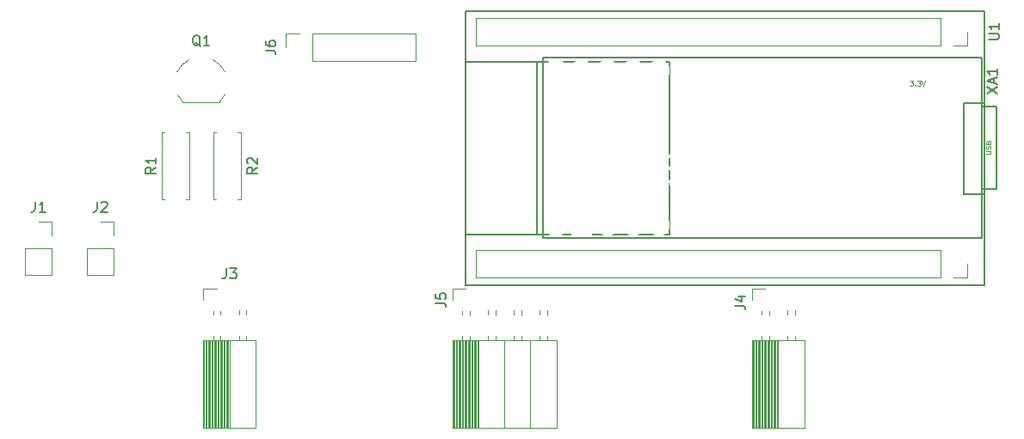
<source format=gto>
G04 #@! TF.GenerationSoftware,KiCad,Pcbnew,(5.0.2)-1*
G04 #@! TF.CreationDate,2019-01-14T22:25:42+09:00*
G04 #@! TF.ProjectId,Nixie_Module_BaseBoard,4e697869-655f-44d6-9f64-756c655f4261,rev?*
G04 #@! TF.SameCoordinates,Original*
G04 #@! TF.FileFunction,Legend,Top*
G04 #@! TF.FilePolarity,Positive*
%FSLAX46Y46*%
G04 Gerber Fmt 4.6, Leading zero omitted, Abs format (unit mm)*
G04 Created by KiCad (PCBNEW (5.0.2)-1) date 2019/01/14 22:25:42*
%MOMM*%
%LPD*%
G01*
G04 APERTURE LIST*
%ADD10C,0.120000*%
%ADD11C,0.150000*%
%ADD12C,0.075000*%
%ADD13C,0.300000*%
%ADD14C,0.010000*%
%ADD15O,2.100000X2.100000*%
%ADD16R,2.100000X2.100000*%
%ADD17C,2.100000*%
%ADD18C,2.250000*%
%ADD19R,2.127200X2.127200*%
%ADD20C,2.127200*%
%ADD21R,1.900000X1.900000*%
%ADD22C,1.900000*%
%ADD23C,2.000000*%
%ADD24O,2.000000X2.000000*%
G04 APERTURE END LIST*
D10*
G04 #@! TO.C,J1*
X107188000Y-117034000D02*
X108518000Y-117034000D01*
X108518000Y-117034000D02*
X108518000Y-118364000D01*
X108518000Y-119634000D02*
X108518000Y-122234000D01*
X105858000Y-122234000D02*
X108518000Y-122234000D01*
X105858000Y-119634000D02*
X105858000Y-122234000D01*
X105858000Y-119634000D02*
X108518000Y-119634000D01*
G04 #@! TO.C,J2*
X113284000Y-117034000D02*
X114614000Y-117034000D01*
X114614000Y-117034000D02*
X114614000Y-118364000D01*
X114614000Y-119634000D02*
X114614000Y-122234000D01*
X111954000Y-122234000D02*
X114614000Y-122234000D01*
X111954000Y-119634000D02*
X111954000Y-122234000D01*
X111954000Y-119634000D02*
X114614000Y-119634000D01*
G04 #@! TO.C,J3*
X123384000Y-124714000D02*
X123384000Y-123604000D01*
X123384000Y-123604000D02*
X124714000Y-123604000D01*
X123384000Y-137344000D02*
X128584000Y-137344000D01*
X128584000Y-137344000D02*
X128584000Y-128714000D01*
X123384000Y-128714000D02*
X128584000Y-128714000D01*
X123384000Y-137344000D02*
X123384000Y-128714000D01*
X125984000Y-137344000D02*
X125984000Y-128714000D01*
X127614000Y-126204000D02*
X127614000Y-125764000D01*
X127614000Y-128714000D02*
X127614000Y-128304000D01*
X126894000Y-126204000D02*
X126894000Y-125764000D01*
X126894000Y-128714000D02*
X126894000Y-128304000D01*
X125074000Y-126204000D02*
X125074000Y-125824000D01*
X125074000Y-128714000D02*
X125074000Y-128304000D01*
X124354000Y-126204000D02*
X124354000Y-125824000D01*
X124354000Y-128714000D02*
X124354000Y-128304000D01*
X125865900Y-137344000D02*
X125865900Y-128714000D01*
X125747805Y-137344000D02*
X125747805Y-128714000D01*
X125629710Y-137344000D02*
X125629710Y-128714000D01*
X125511615Y-137344000D02*
X125511615Y-128714000D01*
X125393520Y-137344000D02*
X125393520Y-128714000D01*
X125275425Y-137344000D02*
X125275425Y-128714000D01*
X125157330Y-137344000D02*
X125157330Y-128714000D01*
X125039235Y-137344000D02*
X125039235Y-128714000D01*
X124921140Y-137344000D02*
X124921140Y-128714000D01*
X124803045Y-137344000D02*
X124803045Y-128714000D01*
X124684950Y-137344000D02*
X124684950Y-128714000D01*
X124566855Y-137344000D02*
X124566855Y-128714000D01*
X124448760Y-137344000D02*
X124448760Y-128714000D01*
X124330665Y-137344000D02*
X124330665Y-128714000D01*
X124212570Y-137344000D02*
X124212570Y-128714000D01*
X124094475Y-137344000D02*
X124094475Y-128714000D01*
X123976380Y-137344000D02*
X123976380Y-128714000D01*
X123858285Y-137344000D02*
X123858285Y-128714000D01*
X123740190Y-137344000D02*
X123740190Y-128714000D01*
X123622095Y-137344000D02*
X123622095Y-128714000D01*
X123504000Y-137344000D02*
X123504000Y-128714000D01*
G04 #@! TO.C,J4*
X177359000Y-124714000D02*
X177359000Y-123604000D01*
X177359000Y-123604000D02*
X178689000Y-123604000D01*
X177359000Y-137344000D02*
X182559000Y-137344000D01*
X182559000Y-137344000D02*
X182559000Y-128714000D01*
X177359000Y-128714000D02*
X182559000Y-128714000D01*
X177359000Y-137344000D02*
X177359000Y-128714000D01*
X179959000Y-137344000D02*
X179959000Y-128714000D01*
X181589000Y-126204000D02*
X181589000Y-125764000D01*
X181589000Y-128714000D02*
X181589000Y-128304000D01*
X180869000Y-126204000D02*
X180869000Y-125764000D01*
X180869000Y-128714000D02*
X180869000Y-128304000D01*
X179049000Y-126204000D02*
X179049000Y-125824000D01*
X179049000Y-128714000D02*
X179049000Y-128304000D01*
X178329000Y-126204000D02*
X178329000Y-125824000D01*
X178329000Y-128714000D02*
X178329000Y-128304000D01*
X179840900Y-137344000D02*
X179840900Y-128714000D01*
X179722805Y-137344000D02*
X179722805Y-128714000D01*
X179604710Y-137344000D02*
X179604710Y-128714000D01*
X179486615Y-137344000D02*
X179486615Y-128714000D01*
X179368520Y-137344000D02*
X179368520Y-128714000D01*
X179250425Y-137344000D02*
X179250425Y-128714000D01*
X179132330Y-137344000D02*
X179132330Y-128714000D01*
X179014235Y-137344000D02*
X179014235Y-128714000D01*
X178896140Y-137344000D02*
X178896140Y-128714000D01*
X178778045Y-137344000D02*
X178778045Y-128714000D01*
X178659950Y-137344000D02*
X178659950Y-128714000D01*
X178541855Y-137344000D02*
X178541855Y-128714000D01*
X178423760Y-137344000D02*
X178423760Y-128714000D01*
X178305665Y-137344000D02*
X178305665Y-128714000D01*
X178187570Y-137344000D02*
X178187570Y-128714000D01*
X178069475Y-137344000D02*
X178069475Y-128714000D01*
X177951380Y-137344000D02*
X177951380Y-128714000D01*
X177833285Y-137344000D02*
X177833285Y-128714000D01*
X177715190Y-137344000D02*
X177715190Y-128714000D01*
X177597095Y-137344000D02*
X177597095Y-128714000D01*
X177479000Y-137344000D02*
X177479000Y-128714000D01*
G04 #@! TO.C,J5*
X147895000Y-124714000D02*
X147895000Y-123604000D01*
X147895000Y-123604000D02*
X149225000Y-123604000D01*
X147895000Y-137344000D02*
X158175000Y-137344000D01*
X158175000Y-137344000D02*
X158175000Y-128714000D01*
X147895000Y-128714000D02*
X158175000Y-128714000D01*
X147895000Y-137344000D02*
X147895000Y-128714000D01*
X155575000Y-137344000D02*
X155575000Y-128714000D01*
X153035000Y-137344000D02*
X153035000Y-128714000D01*
X150495000Y-137344000D02*
X150495000Y-128714000D01*
X157205000Y-126204000D02*
X157205000Y-125764000D01*
X157205000Y-128714000D02*
X157205000Y-128304000D01*
X156485000Y-126204000D02*
X156485000Y-125764000D01*
X156485000Y-128714000D02*
X156485000Y-128304000D01*
X154665000Y-126204000D02*
X154665000Y-125764000D01*
X154665000Y-128714000D02*
X154665000Y-128304000D01*
X153945000Y-126204000D02*
X153945000Y-125764000D01*
X153945000Y-128714000D02*
X153945000Y-128304000D01*
X152125000Y-126204000D02*
X152125000Y-125764000D01*
X152125000Y-128714000D02*
X152125000Y-128304000D01*
X151405000Y-126204000D02*
X151405000Y-125764000D01*
X151405000Y-128714000D02*
X151405000Y-128304000D01*
X149585000Y-126204000D02*
X149585000Y-125824000D01*
X149585000Y-128714000D02*
X149585000Y-128304000D01*
X148865000Y-126204000D02*
X148865000Y-125824000D01*
X148865000Y-128714000D02*
X148865000Y-128304000D01*
X150376900Y-137344000D02*
X150376900Y-128714000D01*
X150258805Y-137344000D02*
X150258805Y-128714000D01*
X150140710Y-137344000D02*
X150140710Y-128714000D01*
X150022615Y-137344000D02*
X150022615Y-128714000D01*
X149904520Y-137344000D02*
X149904520Y-128714000D01*
X149786425Y-137344000D02*
X149786425Y-128714000D01*
X149668330Y-137344000D02*
X149668330Y-128714000D01*
X149550235Y-137344000D02*
X149550235Y-128714000D01*
X149432140Y-137344000D02*
X149432140Y-128714000D01*
X149314045Y-137344000D02*
X149314045Y-128714000D01*
X149195950Y-137344000D02*
X149195950Y-128714000D01*
X149077855Y-137344000D02*
X149077855Y-128714000D01*
X148959760Y-137344000D02*
X148959760Y-128714000D01*
X148841665Y-137344000D02*
X148841665Y-128714000D01*
X148723570Y-137344000D02*
X148723570Y-128714000D01*
X148605475Y-137344000D02*
X148605475Y-128714000D01*
X148487380Y-137344000D02*
X148487380Y-128714000D01*
X148369285Y-137344000D02*
X148369285Y-128714000D01*
X148251190Y-137344000D02*
X148251190Y-128714000D01*
X148133095Y-137344000D02*
X148133095Y-128714000D01*
X148015000Y-137344000D02*
X148015000Y-128714000D01*
D11*
G04 #@! TO.C,U1*
X156231000Y-101298000D02*
X156231000Y-118298000D01*
X169231000Y-118298000D02*
X149231000Y-118298000D01*
X169231000Y-101298000D02*
X169231000Y-118298000D01*
X169231000Y-101298000D02*
X149231000Y-101298000D01*
X198231000Y-114298000D02*
X200231000Y-114298000D01*
X198231000Y-105298000D02*
X198231000Y-114298000D01*
X200231000Y-105298000D02*
X198231000Y-105298000D01*
X149231000Y-96298000D02*
X200231000Y-96298000D01*
X149231000Y-123298000D02*
X149231000Y-96298000D01*
X200231000Y-123298000D02*
X149231000Y-123298000D01*
X200231000Y-96298000D02*
X200231000Y-123298000D01*
D10*
X195961000Y-96968000D02*
X195961000Y-99628000D01*
X195961000Y-96968000D02*
X150181000Y-96968000D01*
X150181000Y-96968000D02*
X150181000Y-99628000D01*
X195961000Y-99628000D02*
X150181000Y-99628000D01*
X198561000Y-99628000D02*
X197231000Y-99628000D01*
X198561000Y-98298000D02*
X198561000Y-99628000D01*
X198561000Y-122488000D02*
X197231000Y-122488000D01*
X150181000Y-119828000D02*
X150181000Y-122488000D01*
X195961000Y-119828000D02*
X150181000Y-119828000D01*
X195961000Y-122488000D02*
X150181000Y-122488000D01*
X198561000Y-121158000D02*
X198561000Y-122488000D01*
X195961000Y-119828000D02*
X195961000Y-122488000D01*
D11*
G04 #@! TO.C,XA1*
X156845000Y-118618000D02*
X200025000Y-118618000D01*
X156845000Y-100838000D02*
X200025000Y-100838000D01*
X200025000Y-118618000D02*
X200025000Y-100838000D01*
X156845000Y-118618000D02*
X156845000Y-100838000D01*
X201475000Y-105664000D02*
X200025000Y-105664000D01*
X201475000Y-113792000D02*
X201475000Y-105664000D01*
X200025000Y-113792000D02*
X201475000Y-113792000D01*
D10*
G04 #@! TO.C,Q1*
X125514184Y-104500795D02*
G75*
G02X124990000Y-105228000I-2324184J1122795D01*
G01*
X125545457Y-102279629D02*
G75*
G03X124300000Y-101028000I-2355457J-1098371D01*
G01*
X120822801Y-102274158D02*
G75*
G02X122050000Y-101028000I2367199J-1103842D01*
G01*
X120865816Y-104500795D02*
G75*
G03X121390000Y-105228000I2324184J1122795D01*
G01*
X121390000Y-105228000D02*
X124990000Y-105228000D01*
G04 #@! TO.C,J6*
X131512000Y-99822000D02*
X131512000Y-98492000D01*
X131512000Y-98492000D02*
X132842000Y-98492000D01*
X134112000Y-98492000D02*
X144332000Y-98492000D01*
X144332000Y-101152000D02*
X144332000Y-98492000D01*
X134112000Y-101152000D02*
X144332000Y-101152000D01*
X134112000Y-101152000D02*
X134112000Y-98492000D01*
G04 #@! TO.C,R1*
X119610000Y-114776000D02*
X119280000Y-114776000D01*
X119280000Y-114776000D02*
X119280000Y-108236000D01*
X119280000Y-108236000D02*
X119610000Y-108236000D01*
X121690000Y-114776000D02*
X122020000Y-114776000D01*
X122020000Y-114776000D02*
X122020000Y-108236000D01*
X122020000Y-108236000D02*
X121690000Y-108236000D01*
G04 #@! TO.C,R2*
X127100000Y-108236000D02*
X126770000Y-108236000D01*
X127100000Y-114776000D02*
X127100000Y-108236000D01*
X126770000Y-114776000D02*
X127100000Y-114776000D01*
X124360000Y-108236000D02*
X124690000Y-108236000D01*
X124360000Y-114776000D02*
X124360000Y-108236000D01*
X124690000Y-114776000D02*
X124360000Y-114776000D01*
G04 #@! TO.C,J1*
D11*
X106854666Y-115046380D02*
X106854666Y-115760666D01*
X106807047Y-115903523D01*
X106711809Y-115998761D01*
X106568952Y-116046380D01*
X106473714Y-116046380D01*
X107854666Y-116046380D02*
X107283238Y-116046380D01*
X107568952Y-116046380D02*
X107568952Y-115046380D01*
X107473714Y-115189238D01*
X107378476Y-115284476D01*
X107283238Y-115332095D01*
G04 #@! TO.C,J2*
X112950666Y-115046380D02*
X112950666Y-115760666D01*
X112903047Y-115903523D01*
X112807809Y-115998761D01*
X112664952Y-116046380D01*
X112569714Y-116046380D01*
X113379238Y-115141619D02*
X113426857Y-115094000D01*
X113522095Y-115046380D01*
X113760190Y-115046380D01*
X113855428Y-115094000D01*
X113903047Y-115141619D01*
X113950666Y-115236857D01*
X113950666Y-115332095D01*
X113903047Y-115474952D01*
X113331619Y-116046380D01*
X113950666Y-116046380D01*
G04 #@! TO.C,J3*
X125650666Y-121626380D02*
X125650666Y-122340666D01*
X125603047Y-122483523D01*
X125507809Y-122578761D01*
X125364952Y-122626380D01*
X125269714Y-122626380D01*
X126031619Y-121626380D02*
X126650666Y-121626380D01*
X126317333Y-122007333D01*
X126460190Y-122007333D01*
X126555428Y-122054952D01*
X126603047Y-122102571D01*
X126650666Y-122197809D01*
X126650666Y-122435904D01*
X126603047Y-122531142D01*
X126555428Y-122578761D01*
X126460190Y-122626380D01*
X126174476Y-122626380D01*
X126079238Y-122578761D01*
X126031619Y-122531142D01*
G04 #@! TO.C,J4*
X175728380Y-125301333D02*
X176442666Y-125301333D01*
X176585523Y-125348952D01*
X176680761Y-125444190D01*
X176728380Y-125587047D01*
X176728380Y-125682285D01*
X176061714Y-124396571D02*
X176728380Y-124396571D01*
X175680761Y-124634666D02*
X176395047Y-124872761D01*
X176395047Y-124253714D01*
G04 #@! TO.C,J5*
X146264380Y-125047333D02*
X146978666Y-125047333D01*
X147121523Y-125094952D01*
X147216761Y-125190190D01*
X147264380Y-125333047D01*
X147264380Y-125428285D01*
X146264380Y-124094952D02*
X146264380Y-124571142D01*
X146740571Y-124618761D01*
X146692952Y-124571142D01*
X146645333Y-124475904D01*
X146645333Y-124237809D01*
X146692952Y-124142571D01*
X146740571Y-124094952D01*
X146835809Y-124047333D01*
X147073904Y-124047333D01*
X147169142Y-124094952D01*
X147216761Y-124142571D01*
X147264380Y-124237809D01*
X147264380Y-124475904D01*
X147216761Y-124571142D01*
X147169142Y-124618761D01*
G04 #@! TO.C,U1*
X200683380Y-99059904D02*
X201492904Y-99059904D01*
X201588142Y-99012285D01*
X201635761Y-98964666D01*
X201683380Y-98869428D01*
X201683380Y-98678952D01*
X201635761Y-98583714D01*
X201588142Y-98536095D01*
X201492904Y-98488476D01*
X200683380Y-98488476D01*
X201683380Y-97488476D02*
X201683380Y-98059904D01*
X201683380Y-97774190D02*
X200683380Y-97774190D01*
X200826238Y-97869428D01*
X200921476Y-97964666D01*
X200969095Y-98059904D01*
G04 #@! TO.C,XA1*
X200493380Y-104362095D02*
X201493380Y-103695428D01*
X200493380Y-103695428D02*
X201493380Y-104362095D01*
X201207666Y-103362095D02*
X201207666Y-102885904D01*
X201493380Y-103457333D02*
X200493380Y-103124000D01*
X201493380Y-102790666D01*
X201493380Y-101933523D02*
X201493380Y-102504952D01*
X201493380Y-102219238D02*
X200493380Y-102219238D01*
X200636238Y-102314476D01*
X200731476Y-102409714D01*
X200779095Y-102504952D01*
D12*
X192936904Y-103104190D02*
X193246428Y-103104190D01*
X193079761Y-103294666D01*
X193151190Y-103294666D01*
X193198809Y-103318476D01*
X193222619Y-103342285D01*
X193246428Y-103389904D01*
X193246428Y-103508952D01*
X193222619Y-103556571D01*
X193198809Y-103580380D01*
X193151190Y-103604190D01*
X193008333Y-103604190D01*
X192960714Y-103580380D01*
X192936904Y-103556571D01*
X193460714Y-103556571D02*
X193484523Y-103580380D01*
X193460714Y-103604190D01*
X193436904Y-103580380D01*
X193460714Y-103556571D01*
X193460714Y-103604190D01*
X193651190Y-103104190D02*
X193960714Y-103104190D01*
X193794047Y-103294666D01*
X193865476Y-103294666D01*
X193913095Y-103318476D01*
X193936904Y-103342285D01*
X193960714Y-103389904D01*
X193960714Y-103508952D01*
X193936904Y-103556571D01*
X193913095Y-103580380D01*
X193865476Y-103604190D01*
X193722619Y-103604190D01*
X193675000Y-103580380D01*
X193651190Y-103556571D01*
X194103571Y-103104190D02*
X194270238Y-103604190D01*
X194436904Y-103104190D01*
X200386190Y-110358952D02*
X200790952Y-110358952D01*
X200838571Y-110335142D01*
X200862380Y-110311333D01*
X200886190Y-110263714D01*
X200886190Y-110168476D01*
X200862380Y-110120857D01*
X200838571Y-110097047D01*
X200790952Y-110073238D01*
X200386190Y-110073238D01*
X200862380Y-109858952D02*
X200886190Y-109787523D01*
X200886190Y-109668476D01*
X200862380Y-109620857D01*
X200838571Y-109597047D01*
X200790952Y-109573238D01*
X200743333Y-109573238D01*
X200695714Y-109597047D01*
X200671904Y-109620857D01*
X200648095Y-109668476D01*
X200624285Y-109763714D01*
X200600476Y-109811333D01*
X200576666Y-109835142D01*
X200529047Y-109858952D01*
X200481428Y-109858952D01*
X200433809Y-109835142D01*
X200410000Y-109811333D01*
X200386190Y-109763714D01*
X200386190Y-109644666D01*
X200410000Y-109573238D01*
X200624285Y-109192285D02*
X200648095Y-109120857D01*
X200671904Y-109097047D01*
X200719523Y-109073238D01*
X200790952Y-109073238D01*
X200838571Y-109097047D01*
X200862380Y-109120857D01*
X200886190Y-109168476D01*
X200886190Y-109358952D01*
X200386190Y-109358952D01*
X200386190Y-109192285D01*
X200410000Y-109144666D01*
X200433809Y-109120857D01*
X200481428Y-109097047D01*
X200529047Y-109097047D01*
X200576666Y-109120857D01*
X200600476Y-109144666D01*
X200624285Y-109192285D01*
X200624285Y-109358952D01*
G04 #@! TO.C,Q1*
D11*
X123104761Y-99735619D02*
X123009523Y-99688000D01*
X122914285Y-99592761D01*
X122771428Y-99449904D01*
X122676190Y-99402285D01*
X122580952Y-99402285D01*
X122628571Y-99640380D02*
X122533333Y-99592761D01*
X122438095Y-99497523D01*
X122390476Y-99307047D01*
X122390476Y-98973714D01*
X122438095Y-98783238D01*
X122533333Y-98688000D01*
X122628571Y-98640380D01*
X122819047Y-98640380D01*
X122914285Y-98688000D01*
X123009523Y-98783238D01*
X123057142Y-98973714D01*
X123057142Y-99307047D01*
X123009523Y-99497523D01*
X122914285Y-99592761D01*
X122819047Y-99640380D01*
X122628571Y-99640380D01*
X124009523Y-99640380D02*
X123438095Y-99640380D01*
X123723809Y-99640380D02*
X123723809Y-98640380D01*
X123628571Y-98783238D01*
X123533333Y-98878476D01*
X123438095Y-98926095D01*
G04 #@! TO.C,J6*
X129524380Y-100155333D02*
X130238666Y-100155333D01*
X130381523Y-100202952D01*
X130476761Y-100298190D01*
X130524380Y-100441047D01*
X130524380Y-100536285D01*
X129524380Y-99250571D02*
X129524380Y-99441047D01*
X129572000Y-99536285D01*
X129619619Y-99583904D01*
X129762476Y-99679142D01*
X129952952Y-99726761D01*
X130333904Y-99726761D01*
X130429142Y-99679142D01*
X130476761Y-99631523D01*
X130524380Y-99536285D01*
X130524380Y-99345809D01*
X130476761Y-99250571D01*
X130429142Y-99202952D01*
X130333904Y-99155333D01*
X130095809Y-99155333D01*
X130000571Y-99202952D01*
X129952952Y-99250571D01*
X129905333Y-99345809D01*
X129905333Y-99536285D01*
X129952952Y-99631523D01*
X130000571Y-99679142D01*
X130095809Y-99726761D01*
G04 #@! TO.C,R1*
X118732380Y-111672666D02*
X118256190Y-112006000D01*
X118732380Y-112244095D02*
X117732380Y-112244095D01*
X117732380Y-111863142D01*
X117780000Y-111767904D01*
X117827619Y-111720285D01*
X117922857Y-111672666D01*
X118065714Y-111672666D01*
X118160952Y-111720285D01*
X118208571Y-111767904D01*
X118256190Y-111863142D01*
X118256190Y-112244095D01*
X118732380Y-110720285D02*
X118732380Y-111291714D01*
X118732380Y-111006000D02*
X117732380Y-111006000D01*
X117875238Y-111101238D01*
X117970476Y-111196476D01*
X118018095Y-111291714D01*
G04 #@! TO.C,R2*
X128722380Y-111672666D02*
X128246190Y-112006000D01*
X128722380Y-112244095D02*
X127722380Y-112244095D01*
X127722380Y-111863142D01*
X127770000Y-111767904D01*
X127817619Y-111720285D01*
X127912857Y-111672666D01*
X128055714Y-111672666D01*
X128150952Y-111720285D01*
X128198571Y-111767904D01*
X128246190Y-111863142D01*
X128246190Y-112244095D01*
X127817619Y-111291714D02*
X127770000Y-111244095D01*
X127722380Y-111148857D01*
X127722380Y-110910761D01*
X127770000Y-110815523D01*
X127817619Y-110767904D01*
X127912857Y-110720285D01*
X128008095Y-110720285D01*
X128150952Y-110767904D01*
X128722380Y-111339333D01*
X128722380Y-110720285D01*
G04 #@! TD*
%LPC*%
D13*
X158519142Y-111760857D02*
X158519142Y-110560857D01*
X159204857Y-111760857D01*
X159204857Y-110560857D01*
X159776285Y-111760857D02*
X159776285Y-110960857D01*
X159776285Y-110560857D02*
X159719142Y-110618000D01*
X159776285Y-110675142D01*
X159833428Y-110618000D01*
X159776285Y-110560857D01*
X159776285Y-110675142D01*
X160233428Y-111760857D02*
X160862000Y-110960857D01*
X160233428Y-110960857D02*
X160862000Y-111760857D01*
X161319142Y-111760857D02*
X161319142Y-110960857D01*
X161319142Y-110560857D02*
X161262000Y-110618000D01*
X161319142Y-110675142D01*
X161376285Y-110618000D01*
X161319142Y-110560857D01*
X161319142Y-110675142D01*
X162347714Y-111703714D02*
X162233428Y-111760857D01*
X162004857Y-111760857D01*
X161890571Y-111703714D01*
X161833428Y-111589428D01*
X161833428Y-111132285D01*
X161890571Y-111018000D01*
X162004857Y-110960857D01*
X162233428Y-110960857D01*
X162347714Y-111018000D01*
X162404857Y-111132285D01*
X162404857Y-111246571D01*
X161833428Y-111360857D01*
X163662000Y-110560857D02*
X164347714Y-110560857D01*
X164004857Y-111760857D02*
X164004857Y-110560857D01*
X165262000Y-110960857D02*
X165262000Y-111760857D01*
X164747714Y-110960857D02*
X164747714Y-111589428D01*
X164804857Y-111703714D01*
X164919142Y-111760857D01*
X165090571Y-111760857D01*
X165204857Y-111703714D01*
X165262000Y-111646571D01*
X165833428Y-111760857D02*
X165833428Y-110560857D01*
X165833428Y-111018000D02*
X165947714Y-110960857D01*
X166176285Y-110960857D01*
X166290571Y-111018000D01*
X166347714Y-111075142D01*
X166404857Y-111189428D01*
X166404857Y-111532285D01*
X166347714Y-111646571D01*
X166290571Y-111703714D01*
X166176285Y-111760857D01*
X165947714Y-111760857D01*
X165833428Y-111703714D01*
X167376285Y-111703714D02*
X167262000Y-111760857D01*
X167033428Y-111760857D01*
X166919142Y-111703714D01*
X166862000Y-111589428D01*
X166862000Y-111132285D01*
X166919142Y-111018000D01*
X167033428Y-110960857D01*
X167262000Y-110960857D01*
X167376285Y-111018000D01*
X167433428Y-111132285D01*
X167433428Y-111246571D01*
X166862000Y-111360857D01*
X169547714Y-111646571D02*
X169490571Y-111703714D01*
X169319142Y-111760857D01*
X169204857Y-111760857D01*
X169033428Y-111703714D01*
X168919142Y-111589428D01*
X168862000Y-111475142D01*
X168804857Y-111246571D01*
X168804857Y-111075142D01*
X168862000Y-110846571D01*
X168919142Y-110732285D01*
X169033428Y-110618000D01*
X169204857Y-110560857D01*
X169319142Y-110560857D01*
X169490571Y-110618000D01*
X169547714Y-110675142D01*
X170233428Y-111760857D02*
X170119142Y-111703714D01*
X170062000Y-111589428D01*
X170062000Y-110560857D01*
X170862000Y-111760857D02*
X170747714Y-111703714D01*
X170690571Y-111646571D01*
X170633428Y-111532285D01*
X170633428Y-111189428D01*
X170690571Y-111075142D01*
X170747714Y-111018000D01*
X170862000Y-110960857D01*
X171033428Y-110960857D01*
X171147714Y-111018000D01*
X171204857Y-111075142D01*
X171262000Y-111189428D01*
X171262000Y-111532285D01*
X171204857Y-111646571D01*
X171147714Y-111703714D01*
X171033428Y-111760857D01*
X170862000Y-111760857D01*
X172290571Y-111703714D02*
X172176285Y-111760857D01*
X171947714Y-111760857D01*
X171833428Y-111703714D01*
X171776285Y-111646571D01*
X171719142Y-111532285D01*
X171719142Y-111189428D01*
X171776285Y-111075142D01*
X171833428Y-111018000D01*
X171947714Y-110960857D01*
X172176285Y-110960857D01*
X172290571Y-111018000D01*
X172804857Y-111760857D02*
X172804857Y-110560857D01*
X172919142Y-111303714D02*
X173262000Y-111760857D01*
X173262000Y-110960857D02*
X172804857Y-111418000D01*
X159462000Y-113232285D02*
X159633428Y-113289428D01*
X159690571Y-113346571D01*
X159747714Y-113460857D01*
X159747714Y-113632285D01*
X159690571Y-113746571D01*
X159633428Y-113803714D01*
X159519142Y-113860857D01*
X159062000Y-113860857D01*
X159062000Y-112660857D01*
X159462000Y-112660857D01*
X159576285Y-112718000D01*
X159633428Y-112775142D01*
X159690571Y-112889428D01*
X159690571Y-113003714D01*
X159633428Y-113118000D01*
X159576285Y-113175142D01*
X159462000Y-113232285D01*
X159062000Y-113232285D01*
X160776285Y-113860857D02*
X160776285Y-113232285D01*
X160719142Y-113118000D01*
X160604857Y-113060857D01*
X160376285Y-113060857D01*
X160262000Y-113118000D01*
X160776285Y-113803714D02*
X160662000Y-113860857D01*
X160376285Y-113860857D01*
X160262000Y-113803714D01*
X160204857Y-113689428D01*
X160204857Y-113575142D01*
X160262000Y-113460857D01*
X160376285Y-113403714D01*
X160662000Y-113403714D01*
X160776285Y-113346571D01*
X161290571Y-113803714D02*
X161404857Y-113860857D01*
X161633428Y-113860857D01*
X161747714Y-113803714D01*
X161804857Y-113689428D01*
X161804857Y-113632285D01*
X161747714Y-113518000D01*
X161633428Y-113460857D01*
X161462000Y-113460857D01*
X161347714Y-113403714D01*
X161290571Y-113289428D01*
X161290571Y-113232285D01*
X161347714Y-113118000D01*
X161462000Y-113060857D01*
X161633428Y-113060857D01*
X161747714Y-113118000D01*
X162776285Y-113803714D02*
X162662000Y-113860857D01*
X162433428Y-113860857D01*
X162319142Y-113803714D01*
X162262000Y-113689428D01*
X162262000Y-113232285D01*
X162319142Y-113118000D01*
X162433428Y-113060857D01*
X162662000Y-113060857D01*
X162776285Y-113118000D01*
X162833428Y-113232285D01*
X162833428Y-113346571D01*
X162262000Y-113460857D01*
X163747714Y-113232285D02*
X163919142Y-113289428D01*
X163976285Y-113346571D01*
X164033428Y-113460857D01*
X164033428Y-113632285D01*
X163976285Y-113746571D01*
X163919142Y-113803714D01*
X163804857Y-113860857D01*
X163347714Y-113860857D01*
X163347714Y-112660857D01*
X163747714Y-112660857D01*
X163862000Y-112718000D01*
X163919142Y-112775142D01*
X163976285Y-112889428D01*
X163976285Y-113003714D01*
X163919142Y-113118000D01*
X163862000Y-113175142D01*
X163747714Y-113232285D01*
X163347714Y-113232285D01*
X164719142Y-113860857D02*
X164604857Y-113803714D01*
X164547714Y-113746571D01*
X164490571Y-113632285D01*
X164490571Y-113289428D01*
X164547714Y-113175142D01*
X164604857Y-113118000D01*
X164719142Y-113060857D01*
X164890571Y-113060857D01*
X165004857Y-113118000D01*
X165062000Y-113175142D01*
X165119142Y-113289428D01*
X165119142Y-113632285D01*
X165062000Y-113746571D01*
X165004857Y-113803714D01*
X164890571Y-113860857D01*
X164719142Y-113860857D01*
X166147714Y-113860857D02*
X166147714Y-113232285D01*
X166090571Y-113118000D01*
X165976285Y-113060857D01*
X165747714Y-113060857D01*
X165633428Y-113118000D01*
X166147714Y-113803714D02*
X166033428Y-113860857D01*
X165747714Y-113860857D01*
X165633428Y-113803714D01*
X165576285Y-113689428D01*
X165576285Y-113575142D01*
X165633428Y-113460857D01*
X165747714Y-113403714D01*
X166033428Y-113403714D01*
X166147714Y-113346571D01*
X166719142Y-113860857D02*
X166719142Y-113060857D01*
X166719142Y-113289428D02*
X166776285Y-113175142D01*
X166833428Y-113118000D01*
X166947714Y-113060857D01*
X167062000Y-113060857D01*
X167976285Y-113860857D02*
X167976285Y-112660857D01*
X167976285Y-113803714D02*
X167862000Y-113860857D01*
X167633428Y-113860857D01*
X167519142Y-113803714D01*
X167462000Y-113746571D01*
X167404857Y-113632285D01*
X167404857Y-113289428D01*
X167462000Y-113175142D01*
X167519142Y-113118000D01*
X167633428Y-113060857D01*
X167862000Y-113060857D01*
X167976285Y-113118000D01*
X169347714Y-113060857D02*
X169633428Y-113860857D01*
X169919142Y-113060857D01*
X170604857Y-112660857D02*
X170719142Y-112660857D01*
X170833428Y-112718000D01*
X170890571Y-112775142D01*
X170947714Y-112889428D01*
X171004857Y-113118000D01*
X171004857Y-113403714D01*
X170947714Y-113632285D01*
X170890571Y-113746571D01*
X170833428Y-113803714D01*
X170719142Y-113860857D01*
X170604857Y-113860857D01*
X170490571Y-113803714D01*
X170433428Y-113746571D01*
X170376285Y-113632285D01*
X170319142Y-113403714D01*
X170319142Y-113118000D01*
X170376285Y-112889428D01*
X170433428Y-112775142D01*
X170490571Y-112718000D01*
X170604857Y-112660857D01*
X171519142Y-113746571D02*
X171576285Y-113803714D01*
X171519142Y-113860857D01*
X171462000Y-113803714D01*
X171519142Y-113746571D01*
X171519142Y-113860857D01*
X172719142Y-113860857D02*
X172033428Y-113860857D01*
X172376285Y-113860857D02*
X172376285Y-112660857D01*
X172262000Y-112832285D01*
X172147714Y-112946571D01*
X172033428Y-113003714D01*
X105819142Y-103011857D02*
X105319142Y-103011857D01*
X105319142Y-103797571D02*
X105319142Y-102297571D01*
X106033428Y-102297571D01*
X107247714Y-103797571D02*
X107247714Y-103011857D01*
X107176285Y-102869000D01*
X107033428Y-102797571D01*
X106747714Y-102797571D01*
X106604857Y-102869000D01*
X107247714Y-103726142D02*
X107104857Y-103797571D01*
X106747714Y-103797571D01*
X106604857Y-103726142D01*
X106533428Y-103583285D01*
X106533428Y-103440428D01*
X106604857Y-103297571D01*
X106747714Y-103226142D01*
X107104857Y-103226142D01*
X107247714Y-103154714D01*
X107962000Y-103797571D02*
X107962000Y-102297571D01*
X107962000Y-102869000D02*
X108104857Y-102797571D01*
X108390571Y-102797571D01*
X108533428Y-102869000D01*
X108604857Y-102940428D01*
X108676285Y-103083285D01*
X108676285Y-103511857D01*
X108604857Y-103654714D01*
X108533428Y-103726142D01*
X108390571Y-103797571D01*
X108104857Y-103797571D01*
X107962000Y-103726142D01*
X109533428Y-103797571D02*
X109390571Y-103726142D01*
X109319142Y-103583285D01*
X109319142Y-102297571D01*
X110747714Y-103797571D02*
X110747714Y-103011857D01*
X110676285Y-102869000D01*
X110533428Y-102797571D01*
X110247714Y-102797571D01*
X110104857Y-102869000D01*
X110747714Y-103726142D02*
X110604857Y-103797571D01*
X110247714Y-103797571D01*
X110104857Y-103726142D01*
X110033428Y-103583285D01*
X110033428Y-103440428D01*
X110104857Y-103297571D01*
X110247714Y-103226142D01*
X110604857Y-103226142D01*
X110747714Y-103154714D01*
X111462000Y-103797571D02*
X111462000Y-102297571D01*
X111462000Y-102869000D02*
X111604857Y-102797571D01*
X111890571Y-102797571D01*
X112033428Y-102869000D01*
X112104857Y-102940428D01*
X112176285Y-103083285D01*
X112176285Y-103511857D01*
X112104857Y-103654714D01*
X112033428Y-103726142D01*
X111890571Y-103797571D01*
X111604857Y-103797571D01*
X111462000Y-103726142D01*
X105247714Y-106347571D02*
X105247714Y-104847571D01*
X106104857Y-106347571D02*
X105462000Y-105490428D01*
X106104857Y-104847571D02*
X105247714Y-105704714D01*
X107390571Y-106347571D02*
X107390571Y-105561857D01*
X107319142Y-105419000D01*
X107176285Y-105347571D01*
X106890571Y-105347571D01*
X106747714Y-105419000D01*
X107390571Y-106276142D02*
X107247714Y-106347571D01*
X106890571Y-106347571D01*
X106747714Y-106276142D01*
X106676285Y-106133285D01*
X106676285Y-105990428D01*
X106747714Y-105847571D01*
X106890571Y-105776142D01*
X107247714Y-105776142D01*
X107390571Y-105704714D01*
X108104857Y-105347571D02*
X108104857Y-106347571D01*
X108104857Y-105490428D02*
X108176285Y-105419000D01*
X108319142Y-105347571D01*
X108533428Y-105347571D01*
X108676285Y-105419000D01*
X108747714Y-105561857D01*
X108747714Y-106347571D01*
X109462000Y-105347571D02*
X109462000Y-106347571D01*
X109462000Y-105490428D02*
X109533428Y-105419000D01*
X109676285Y-105347571D01*
X109890571Y-105347571D01*
X110033428Y-105419000D01*
X110104857Y-105561857D01*
X110104857Y-106347571D01*
X111462000Y-106347571D02*
X111462000Y-105561857D01*
X111390571Y-105419000D01*
X111247714Y-105347571D01*
X110962000Y-105347571D01*
X110819142Y-105419000D01*
X111462000Y-106276142D02*
X111319142Y-106347571D01*
X110962000Y-106347571D01*
X110819142Y-106276142D01*
X110747714Y-106133285D01*
X110747714Y-105990428D01*
X110819142Y-105847571D01*
X110962000Y-105776142D01*
X111319142Y-105776142D01*
X111462000Y-105704714D01*
X112176285Y-106347571D02*
X112176285Y-105347571D01*
X112176285Y-104847571D02*
X112104857Y-104919000D01*
X112176285Y-104990428D01*
X112247714Y-104919000D01*
X112176285Y-104847571D01*
X112176285Y-104990428D01*
D14*
G04 #@! TO.C,G\002A\002A\002A*
G36*
X109202298Y-95053584D02*
X109641685Y-95111661D01*
X110049897Y-95221470D01*
X110376365Y-95358145D01*
X110699050Y-95539950D01*
X111004818Y-95757000D01*
X111280532Y-95999407D01*
X111513060Y-96257285D01*
X111617176Y-96401208D01*
X111679644Y-96498508D01*
X111710505Y-96558958D01*
X111713907Y-96598185D01*
X111693998Y-96631817D01*
X111682008Y-96645471D01*
X111609239Y-96698109D01*
X111532620Y-96727501D01*
X111505658Y-96731295D01*
X111474308Y-96729552D01*
X111434063Y-96719894D01*
X111380415Y-96699944D01*
X111308854Y-96667323D01*
X111214873Y-96619653D01*
X111093963Y-96554558D01*
X110941616Y-96469658D01*
X110753324Y-96362577D01*
X110524579Y-96230936D01*
X110250871Y-96072358D01*
X109927693Y-95884465D01*
X109864725Y-95847817D01*
X109651369Y-95724324D01*
X109454726Y-95611840D01*
X109281720Y-95514218D01*
X109139271Y-95435315D01*
X109034303Y-95378985D01*
X108973738Y-95349085D01*
X108962338Y-95345250D01*
X108921215Y-95360656D01*
X108838880Y-95401943D01*
X108728202Y-95461711D01*
X108602048Y-95532563D01*
X108473288Y-95607098D01*
X108354791Y-95677919D01*
X108259424Y-95737626D01*
X108200057Y-95778821D01*
X108187518Y-95790730D01*
X108199050Y-95825119D01*
X108252496Y-95872295D01*
X108330655Y-95921855D01*
X108416328Y-95963393D01*
X108492317Y-95986503D01*
X108514114Y-95988307D01*
X108583902Y-95987184D01*
X108697576Y-95985116D01*
X108835532Y-95982465D01*
X108902500Y-95981134D01*
X109186046Y-95995815D01*
X109437474Y-96049656D01*
X109651959Y-96139386D01*
X109824674Y-96261735D01*
X109950792Y-96413433D01*
X110025487Y-96591211D01*
X110044977Y-96755181D01*
X110013960Y-96943655D01*
X109923951Y-97113844D01*
X109777613Y-97262669D01*
X109577605Y-97387054D01*
X109451213Y-97441840D01*
X109266605Y-97492150D01*
X109048962Y-97520726D01*
X108823934Y-97526324D01*
X108617170Y-97507698D01*
X108521500Y-97486951D01*
X108245091Y-97390169D01*
X108027943Y-97271070D01*
X107869767Y-97129380D01*
X107770271Y-96964824D01*
X107729166Y-96777129D01*
X107727927Y-96736909D01*
X107720630Y-96652704D01*
X107708309Y-96601531D01*
X107665949Y-96552441D01*
X107582366Y-96492628D01*
X107476218Y-96431864D01*
X107366160Y-96379920D01*
X107270848Y-96346569D01*
X107210936Y-96341011D01*
X107156189Y-96364857D01*
X107062427Y-96415567D01*
X106943757Y-96485210D01*
X106838750Y-96550252D01*
X106711317Y-96627579D01*
X106598000Y-96689988D01*
X106512489Y-96730318D01*
X106472425Y-96741894D01*
X106408233Y-96722370D01*
X106327709Y-96673277D01*
X106304588Y-96654937D01*
X106201450Y-96567625D01*
X106318553Y-96395020D01*
X106519199Y-96140159D01*
X106766587Y-95891525D01*
X107044440Y-95663143D01*
X107336482Y-95469042D01*
X107489625Y-95385776D01*
X107892512Y-95219243D01*
X108318437Y-95107970D01*
X108758124Y-95052552D01*
X109202298Y-95053584D01*
X109202298Y-95053584D01*
G37*
X109202298Y-95053584D02*
X109641685Y-95111661D01*
X110049897Y-95221470D01*
X110376365Y-95358145D01*
X110699050Y-95539950D01*
X111004818Y-95757000D01*
X111280532Y-95999407D01*
X111513060Y-96257285D01*
X111617176Y-96401208D01*
X111679644Y-96498508D01*
X111710505Y-96558958D01*
X111713907Y-96598185D01*
X111693998Y-96631817D01*
X111682008Y-96645471D01*
X111609239Y-96698109D01*
X111532620Y-96727501D01*
X111505658Y-96731295D01*
X111474308Y-96729552D01*
X111434063Y-96719894D01*
X111380415Y-96699944D01*
X111308854Y-96667323D01*
X111214873Y-96619653D01*
X111093963Y-96554558D01*
X110941616Y-96469658D01*
X110753324Y-96362577D01*
X110524579Y-96230936D01*
X110250871Y-96072358D01*
X109927693Y-95884465D01*
X109864725Y-95847817D01*
X109651369Y-95724324D01*
X109454726Y-95611840D01*
X109281720Y-95514218D01*
X109139271Y-95435315D01*
X109034303Y-95378985D01*
X108973738Y-95349085D01*
X108962338Y-95345250D01*
X108921215Y-95360656D01*
X108838880Y-95401943D01*
X108728202Y-95461711D01*
X108602048Y-95532563D01*
X108473288Y-95607098D01*
X108354791Y-95677919D01*
X108259424Y-95737626D01*
X108200057Y-95778821D01*
X108187518Y-95790730D01*
X108199050Y-95825119D01*
X108252496Y-95872295D01*
X108330655Y-95921855D01*
X108416328Y-95963393D01*
X108492317Y-95986503D01*
X108514114Y-95988307D01*
X108583902Y-95987184D01*
X108697576Y-95985116D01*
X108835532Y-95982465D01*
X108902500Y-95981134D01*
X109186046Y-95995815D01*
X109437474Y-96049656D01*
X109651959Y-96139386D01*
X109824674Y-96261735D01*
X109950792Y-96413433D01*
X110025487Y-96591211D01*
X110044977Y-96755181D01*
X110013960Y-96943655D01*
X109923951Y-97113844D01*
X109777613Y-97262669D01*
X109577605Y-97387054D01*
X109451213Y-97441840D01*
X109266605Y-97492150D01*
X109048962Y-97520726D01*
X108823934Y-97526324D01*
X108617170Y-97507698D01*
X108521500Y-97486951D01*
X108245091Y-97390169D01*
X108027943Y-97271070D01*
X107869767Y-97129380D01*
X107770271Y-96964824D01*
X107729166Y-96777129D01*
X107727927Y-96736909D01*
X107720630Y-96652704D01*
X107708309Y-96601531D01*
X107665949Y-96552441D01*
X107582366Y-96492628D01*
X107476218Y-96431864D01*
X107366160Y-96379920D01*
X107270848Y-96346569D01*
X107210936Y-96341011D01*
X107156189Y-96364857D01*
X107062427Y-96415567D01*
X106943757Y-96485210D01*
X106838750Y-96550252D01*
X106711317Y-96627579D01*
X106598000Y-96689988D01*
X106512489Y-96730318D01*
X106472425Y-96741894D01*
X106408233Y-96722370D01*
X106327709Y-96673277D01*
X106304588Y-96654937D01*
X106201450Y-96567625D01*
X106318553Y-96395020D01*
X106519199Y-96140159D01*
X106766587Y-95891525D01*
X107044440Y-95663143D01*
X107336482Y-95469042D01*
X107489625Y-95385776D01*
X107892512Y-95219243D01*
X108318437Y-95107970D01*
X108758124Y-95052552D01*
X109202298Y-95053584D01*
G36*
X111853395Y-96802506D02*
X111902959Y-96880286D01*
X111960333Y-96995729D01*
X112020401Y-97137223D01*
X112078048Y-97293159D01*
X112128161Y-97451924D01*
X112148214Y-97526432D01*
X112176327Y-97648976D01*
X112195967Y-97766300D01*
X112208495Y-97894130D01*
X112215270Y-98048191D01*
X112217653Y-98244206D01*
X112217695Y-98329750D01*
X112216503Y-98532124D01*
X112212577Y-98686060D01*
X112204307Y-98806608D01*
X112190081Y-98908817D01*
X112168290Y-99007740D01*
X112137322Y-99118427D01*
X112131066Y-99139375D01*
X112030471Y-99423189D01*
X111898734Y-99718257D01*
X111746543Y-100003791D01*
X111584588Y-100259002D01*
X111490890Y-100384320D01*
X111224377Y-100671668D01*
X110914869Y-100929387D01*
X110573337Y-101151476D01*
X110210750Y-101331933D01*
X109838080Y-101464757D01*
X109466296Y-101543946D01*
X109347000Y-101557173D01*
X109214339Y-101562870D01*
X109133237Y-101552063D01*
X109100937Y-101533301D01*
X109074708Y-101475857D01*
X109061593Y-101388008D01*
X109061250Y-101371850D01*
X109060367Y-101340608D01*
X109060750Y-101313904D01*
X109066942Y-101288641D01*
X109083487Y-101261722D01*
X109114930Y-101230052D01*
X109165813Y-101190533D01*
X109240682Y-101140068D01*
X109344080Y-101075561D01*
X109480552Y-100993915D01*
X109654641Y-100892034D01*
X109870891Y-100766821D01*
X110133847Y-100615179D01*
X110378875Y-100473920D01*
X110619533Y-100334271D01*
X110844346Y-100202206D01*
X111046997Y-100081555D01*
X111221170Y-99976148D01*
X111360548Y-99889816D01*
X111458817Y-99826390D01*
X111509659Y-99789701D01*
X111513937Y-99785499D01*
X111537143Y-99748860D01*
X111553005Y-99696012D01*
X111562818Y-99615558D01*
X111567877Y-99496097D01*
X111569478Y-99326233D01*
X111569500Y-99296481D01*
X111567147Y-99122362D01*
X111560532Y-98984351D01*
X111550320Y-98891602D01*
X111537357Y-98853382D01*
X111496743Y-98859783D01*
X111420771Y-98895530D01*
X111325677Y-98952948D01*
X111323044Y-98954695D01*
X111233391Y-99018519D01*
X111166502Y-99080782D01*
X111109248Y-99158036D01*
X111048497Y-99266833D01*
X111002903Y-99358233D01*
X110846301Y-99627114D01*
X110668370Y-99836722D01*
X110469436Y-99986811D01*
X110249828Y-100077133D01*
X110010507Y-100107439D01*
X109826582Y-100089276D01*
X109681563Y-100029727D01*
X109561189Y-99922128D01*
X109530374Y-99883042D01*
X109458175Y-99737691D01*
X109420306Y-99552699D01*
X109415713Y-99341156D01*
X109443342Y-99116149D01*
X109502138Y-98890768D01*
X109591049Y-98678099D01*
X109633563Y-98601590D01*
X109785861Y-98388677D01*
X109959840Y-98214164D01*
X110147875Y-98081595D01*
X110342343Y-97994515D01*
X110535618Y-97956467D01*
X110720077Y-97970996D01*
X110866303Y-98028507D01*
X110964767Y-98080618D01*
X111039001Y-98101422D01*
X111112856Y-98090906D01*
X111210184Y-98049056D01*
X111251656Y-98028299D01*
X111360599Y-97970576D01*
X111437665Y-97917678D01*
X111488365Y-97857373D01*
X111518211Y-97777426D01*
X111532711Y-97665607D01*
X111537378Y-97509682D01*
X111537750Y-97393206D01*
X111540611Y-97188803D01*
X111549392Y-97044230D01*
X111564381Y-96956070D01*
X111577437Y-96927588D01*
X111643593Y-96864499D01*
X111725865Y-96808679D01*
X111798611Y-96776584D01*
X111816755Y-96774000D01*
X111853395Y-96802506D01*
X111853395Y-96802506D01*
G37*
X111853395Y-96802506D02*
X111902959Y-96880286D01*
X111960333Y-96995729D01*
X112020401Y-97137223D01*
X112078048Y-97293159D01*
X112128161Y-97451924D01*
X112148214Y-97526432D01*
X112176327Y-97648976D01*
X112195967Y-97766300D01*
X112208495Y-97894130D01*
X112215270Y-98048191D01*
X112217653Y-98244206D01*
X112217695Y-98329750D01*
X112216503Y-98532124D01*
X112212577Y-98686060D01*
X112204307Y-98806608D01*
X112190081Y-98908817D01*
X112168290Y-99007740D01*
X112137322Y-99118427D01*
X112131066Y-99139375D01*
X112030471Y-99423189D01*
X111898734Y-99718257D01*
X111746543Y-100003791D01*
X111584588Y-100259002D01*
X111490890Y-100384320D01*
X111224377Y-100671668D01*
X110914869Y-100929387D01*
X110573337Y-101151476D01*
X110210750Y-101331933D01*
X109838080Y-101464757D01*
X109466296Y-101543946D01*
X109347000Y-101557173D01*
X109214339Y-101562870D01*
X109133237Y-101552063D01*
X109100937Y-101533301D01*
X109074708Y-101475857D01*
X109061593Y-101388008D01*
X109061250Y-101371850D01*
X109060367Y-101340608D01*
X109060750Y-101313904D01*
X109066942Y-101288641D01*
X109083487Y-101261722D01*
X109114930Y-101230052D01*
X109165813Y-101190533D01*
X109240682Y-101140068D01*
X109344080Y-101075561D01*
X109480552Y-100993915D01*
X109654641Y-100892034D01*
X109870891Y-100766821D01*
X110133847Y-100615179D01*
X110378875Y-100473920D01*
X110619533Y-100334271D01*
X110844346Y-100202206D01*
X111046997Y-100081555D01*
X111221170Y-99976148D01*
X111360548Y-99889816D01*
X111458817Y-99826390D01*
X111509659Y-99789701D01*
X111513937Y-99785499D01*
X111537143Y-99748860D01*
X111553005Y-99696012D01*
X111562818Y-99615558D01*
X111567877Y-99496097D01*
X111569478Y-99326233D01*
X111569500Y-99296481D01*
X111567147Y-99122362D01*
X111560532Y-98984351D01*
X111550320Y-98891602D01*
X111537357Y-98853382D01*
X111496743Y-98859783D01*
X111420771Y-98895530D01*
X111325677Y-98952948D01*
X111323044Y-98954695D01*
X111233391Y-99018519D01*
X111166502Y-99080782D01*
X111109248Y-99158036D01*
X111048497Y-99266833D01*
X111002903Y-99358233D01*
X110846301Y-99627114D01*
X110668370Y-99836722D01*
X110469436Y-99986811D01*
X110249828Y-100077133D01*
X110010507Y-100107439D01*
X109826582Y-100089276D01*
X109681563Y-100029727D01*
X109561189Y-99922128D01*
X109530374Y-99883042D01*
X109458175Y-99737691D01*
X109420306Y-99552699D01*
X109415713Y-99341156D01*
X109443342Y-99116149D01*
X109502138Y-98890768D01*
X109591049Y-98678099D01*
X109633563Y-98601590D01*
X109785861Y-98388677D01*
X109959840Y-98214164D01*
X110147875Y-98081595D01*
X110342343Y-97994515D01*
X110535618Y-97956467D01*
X110720077Y-97970996D01*
X110866303Y-98028507D01*
X110964767Y-98080618D01*
X111039001Y-98101422D01*
X111112856Y-98090906D01*
X111210184Y-98049056D01*
X111251656Y-98028299D01*
X111360599Y-97970576D01*
X111437665Y-97917678D01*
X111488365Y-97857373D01*
X111518211Y-97777426D01*
X111532711Y-97665607D01*
X111537378Y-97509682D01*
X111537750Y-97393206D01*
X111540611Y-97188803D01*
X111549392Y-97044230D01*
X111564381Y-96956070D01*
X111577437Y-96927588D01*
X111643593Y-96864499D01*
X111725865Y-96808679D01*
X111798611Y-96776584D01*
X111816755Y-96774000D01*
X111853395Y-96802506D01*
G36*
X106182141Y-96785805D02*
X106257331Y-96848659D01*
X106378375Y-96959555D01*
X106410125Y-99806125D01*
X106759375Y-100004325D01*
X106895627Y-100079769D01*
X107014391Y-100142034D01*
X107103570Y-100185022D01*
X107151068Y-100202631D01*
X107152849Y-100202763D01*
X107174633Y-100190945D01*
X107185282Y-100147784D01*
X107185963Y-100062163D01*
X107179582Y-99947804D01*
X107166419Y-99807040D01*
X107144110Y-99701750D01*
X107103909Y-99603910D01*
X107037072Y-99485495D01*
X107033454Y-99479491D01*
X106891250Y-99204117D01*
X106807789Y-98944298D01*
X106781846Y-98694701D01*
X106804871Y-98482876D01*
X106872632Y-98286494D01*
X106981136Y-98135436D01*
X107124077Y-98032380D01*
X107295151Y-97980003D01*
X107488053Y-97980982D01*
X107696477Y-98037995D01*
X107772528Y-98071979D01*
X107993254Y-98214926D01*
X108191389Y-98413241D01*
X108361594Y-98661185D01*
X108416674Y-98764860D01*
X108472573Y-98882906D01*
X108508588Y-98978414D01*
X108529874Y-99073540D01*
X108541589Y-99190439D01*
X108548098Y-99329519D01*
X108547975Y-99533921D01*
X108527023Y-99691041D01*
X108480223Y-99815098D01*
X108402551Y-99920311D01*
X108309688Y-100004599D01*
X108189992Y-100100622D01*
X108177979Y-100429623D01*
X108175152Y-100604567D01*
X108186285Y-100730779D01*
X108218443Y-100822654D01*
X108278688Y-100894585D01*
X108374083Y-100960965D01*
X108463026Y-101010487D01*
X108628770Y-101105032D01*
X108742673Y-101185949D01*
X108812911Y-101260341D01*
X108847664Y-101335314D01*
X108850299Y-101346933D01*
X108856650Y-101459426D01*
X108818469Y-101529392D01*
X108731182Y-101561962D01*
X108655320Y-101565725D01*
X108540850Y-101557222D01*
X108400561Y-101537869D01*
X108299250Y-101518919D01*
X107862417Y-101393870D01*
X107454489Y-101214523D01*
X107079232Y-100984895D01*
X106740414Y-100709001D01*
X106441801Y-100390856D01*
X106187160Y-100034476D01*
X105980259Y-99643877D01*
X105824864Y-99223074D01*
X105724742Y-98776082D01*
X105724458Y-98774250D01*
X105705661Y-98574272D01*
X105702040Y-98335407D01*
X105712427Y-98080131D01*
X105735656Y-97830917D01*
X105770559Y-97610239D01*
X105789159Y-97528578D01*
X105833056Y-97376114D01*
X105887083Y-97215871D01*
X105945680Y-97061664D01*
X106003291Y-96927310D01*
X106054357Y-96826627D01*
X106092697Y-96773939D01*
X106130171Y-96761484D01*
X106182141Y-96785805D01*
X106182141Y-96785805D01*
G37*
X106182141Y-96785805D02*
X106257331Y-96848659D01*
X106378375Y-96959555D01*
X106410125Y-99806125D01*
X106759375Y-100004325D01*
X106895627Y-100079769D01*
X107014391Y-100142034D01*
X107103570Y-100185022D01*
X107151068Y-100202631D01*
X107152849Y-100202763D01*
X107174633Y-100190945D01*
X107185282Y-100147784D01*
X107185963Y-100062163D01*
X107179582Y-99947804D01*
X107166419Y-99807040D01*
X107144110Y-99701750D01*
X107103909Y-99603910D01*
X107037072Y-99485495D01*
X107033454Y-99479491D01*
X106891250Y-99204117D01*
X106807789Y-98944298D01*
X106781846Y-98694701D01*
X106804871Y-98482876D01*
X106872632Y-98286494D01*
X106981136Y-98135436D01*
X107124077Y-98032380D01*
X107295151Y-97980003D01*
X107488053Y-97980982D01*
X107696477Y-98037995D01*
X107772528Y-98071979D01*
X107993254Y-98214926D01*
X108191389Y-98413241D01*
X108361594Y-98661185D01*
X108416674Y-98764860D01*
X108472573Y-98882906D01*
X108508588Y-98978414D01*
X108529874Y-99073540D01*
X108541589Y-99190439D01*
X108548098Y-99329519D01*
X108547975Y-99533921D01*
X108527023Y-99691041D01*
X108480223Y-99815098D01*
X108402551Y-99920311D01*
X108309688Y-100004599D01*
X108189992Y-100100622D01*
X108177979Y-100429623D01*
X108175152Y-100604567D01*
X108186285Y-100730779D01*
X108218443Y-100822654D01*
X108278688Y-100894585D01*
X108374083Y-100960965D01*
X108463026Y-101010487D01*
X108628770Y-101105032D01*
X108742673Y-101185949D01*
X108812911Y-101260341D01*
X108847664Y-101335314D01*
X108850299Y-101346933D01*
X108856650Y-101459426D01*
X108818469Y-101529392D01*
X108731182Y-101561962D01*
X108655320Y-101565725D01*
X108540850Y-101557222D01*
X108400561Y-101537869D01*
X108299250Y-101518919D01*
X107862417Y-101393870D01*
X107454489Y-101214523D01*
X107079232Y-100984895D01*
X106740414Y-100709001D01*
X106441801Y-100390856D01*
X106187160Y-100034476D01*
X105980259Y-99643877D01*
X105824864Y-99223074D01*
X105724742Y-98776082D01*
X105724458Y-98774250D01*
X105705661Y-98574272D01*
X105702040Y-98335407D01*
X105712427Y-98080131D01*
X105735656Y-97830917D01*
X105770559Y-97610239D01*
X105789159Y-97528578D01*
X105833056Y-97376114D01*
X105887083Y-97215871D01*
X105945680Y-97061664D01*
X106003291Y-96927310D01*
X106054357Y-96826627D01*
X106092697Y-96773939D01*
X106130171Y-96761484D01*
X106182141Y-96785805D01*
G36*
X112299750Y-101615875D02*
X112283875Y-101631750D01*
X112268000Y-101615875D01*
X112283875Y-101600000D01*
X112299750Y-101615875D01*
X112299750Y-101615875D01*
G37*
X112299750Y-101615875D02*
X112283875Y-101631750D01*
X112268000Y-101615875D01*
X112283875Y-101600000D01*
X112299750Y-101615875D01*
G04 #@! TD*
D15*
G04 #@! TO.C,NIX1*
X121539000Y-92837000D03*
D16*
X118999000Y-92837000D03*
D15*
X118999000Y-128397000D03*
X111379000Y-128397000D03*
X106299000Y-128397000D03*
X113919000Y-128397000D03*
X116459000Y-128397000D03*
X108839000Y-128397000D03*
D17*
X121539000Y-128397000D03*
D15*
X108839000Y-92837000D03*
D16*
X106299000Y-92837000D03*
G04 #@! TD*
D15*
G04 #@! TO.C,NIX2*
X145542000Y-92837000D03*
D16*
X143002000Y-92837000D03*
D15*
X143002000Y-128397000D03*
X135382000Y-128397000D03*
X130302000Y-128397000D03*
X137922000Y-128397000D03*
X140462000Y-128397000D03*
X132842000Y-128397000D03*
D17*
X145542000Y-128397000D03*
D15*
X132842000Y-92837000D03*
D16*
X130302000Y-92837000D03*
G04 #@! TD*
D15*
G04 #@! TO.C,NIX4*
X199517000Y-92837000D03*
D16*
X196977000Y-92837000D03*
D15*
X196977000Y-128397000D03*
X189357000Y-128397000D03*
X184277000Y-128397000D03*
X191897000Y-128397000D03*
X194437000Y-128397000D03*
X186817000Y-128397000D03*
D17*
X199517000Y-128397000D03*
D15*
X186817000Y-92837000D03*
D16*
X184277000Y-92837000D03*
G04 #@! TD*
D15*
G04 #@! TO.C,NIX3*
X175514000Y-92837000D03*
D16*
X172974000Y-92837000D03*
D15*
X172974000Y-128397000D03*
X165354000Y-128397000D03*
X160274000Y-128397000D03*
X167894000Y-128397000D03*
X170434000Y-128397000D03*
X162814000Y-128397000D03*
D17*
X175514000Y-128397000D03*
D15*
X162814000Y-92837000D03*
D16*
X160274000Y-92837000D03*
G04 #@! TD*
D15*
G04 #@! TO.C,J1*
X107188000Y-120904000D03*
D16*
X107188000Y-118364000D03*
G04 #@! TD*
D15*
G04 #@! TO.C,J2*
X113284000Y-120904000D03*
D16*
X113284000Y-118364000D03*
G04 #@! TD*
D15*
G04 #@! TO.C,J3*
X127254000Y-127254000D03*
X127254000Y-124714000D03*
X124714000Y-127254000D03*
D16*
X124714000Y-124714000D03*
G04 #@! TD*
D15*
G04 #@! TO.C,J4*
X181229000Y-127254000D03*
X181229000Y-124714000D03*
X178689000Y-127254000D03*
D16*
X178689000Y-124714000D03*
G04 #@! TD*
D15*
G04 #@! TO.C,J5*
X156845000Y-127254000D03*
X156845000Y-124714000D03*
X154305000Y-127254000D03*
X154305000Y-124714000D03*
X151765000Y-127254000D03*
X151765000Y-124714000D03*
X149225000Y-127254000D03*
D16*
X149225000Y-124714000D03*
G04 #@! TD*
G04 #@! TO.C,U1*
X197231000Y-98298000D03*
D15*
X194691000Y-98298000D03*
X192151000Y-98298000D03*
X189611000Y-98298000D03*
X187071000Y-98298000D03*
X184531000Y-98298000D03*
X181991000Y-98298000D03*
X179451000Y-98298000D03*
X176911000Y-98298000D03*
X174371000Y-98298000D03*
X171831000Y-98298000D03*
X169291000Y-98298000D03*
X166751000Y-98298000D03*
X164211000Y-98298000D03*
X161671000Y-98298000D03*
X159131000Y-98298000D03*
X156591000Y-98298000D03*
X154051000Y-98298000D03*
X151511000Y-98298000D03*
D17*
X197231000Y-121158000D03*
D15*
X181991000Y-121158000D03*
X159131000Y-121158000D03*
X164211000Y-121158000D03*
X192151000Y-121158000D03*
X176911000Y-121158000D03*
X184531000Y-121158000D03*
X166751000Y-121158000D03*
X154051000Y-121158000D03*
X151511000Y-121158000D03*
X156591000Y-121158000D03*
X169291000Y-121158000D03*
X187071000Y-121158000D03*
X174371000Y-121158000D03*
X161671000Y-121158000D03*
X171831000Y-121158000D03*
X194691000Y-121158000D03*
X179451000Y-121158000D03*
X189611000Y-121158000D03*
G04 #@! TD*
D18*
G04 #@! TO.C,XA1*
X198755000Y-102108000D03*
X198755000Y-117348000D03*
X158115000Y-102108000D03*
X158115000Y-117348000D03*
D19*
X160655000Y-117348000D03*
D20*
X163195000Y-117348000D03*
X165735000Y-117348000D03*
X168275000Y-117348000D03*
X170815000Y-117348000D03*
X173355000Y-117348000D03*
X175895000Y-117348000D03*
X178435000Y-117348000D03*
X180975000Y-117348000D03*
X183515000Y-117348000D03*
X186055000Y-117348000D03*
X188595000Y-117348000D03*
X191135000Y-117348000D03*
X193675000Y-117348000D03*
X196215000Y-117348000D03*
X196215000Y-102108000D03*
X193675000Y-102108000D03*
X191135000Y-102108000D03*
X188595000Y-102108000D03*
X186055000Y-102108000D03*
X183515000Y-102108000D03*
X180975000Y-102108000D03*
X178435000Y-102108000D03*
X175895000Y-102108000D03*
X173355000Y-102108000D03*
X170815000Y-102108000D03*
X168275000Y-102108000D03*
X165735000Y-102108000D03*
X163195000Y-102108000D03*
X160655000Y-102108000D03*
G04 #@! TD*
D21*
G04 #@! TO.C,Q1*
X120650000Y-103378000D03*
D22*
X125730000Y-103378000D03*
X123190000Y-100838000D03*
G04 #@! TD*
D15*
G04 #@! TO.C,J6*
X143002000Y-99822000D03*
X140462000Y-99822000D03*
X137922000Y-99822000D03*
X135382000Y-99822000D03*
D16*
X132842000Y-99822000D03*
G04 #@! TD*
D23*
G04 #@! TO.C,R1*
X120650000Y-115316000D03*
D24*
X120650000Y-107696000D03*
G04 #@! TD*
G04 #@! TO.C,R2*
X125730000Y-107696000D03*
D23*
X125730000Y-115316000D03*
G04 #@! TD*
M02*

</source>
